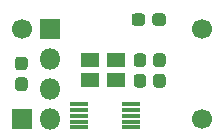
<source format=gbr>
%TF.GenerationSoftware,KiCad,Pcbnew,(5.1.6)-1*%
%TF.CreationDate,2021-08-23T14:57:44-04:00*%
%TF.ProjectId,full-can-variable,66756c6c-2d63-4616-9e2d-766172696162,rev?*%
%TF.SameCoordinates,Original*%
%TF.FileFunction,Soldermask,Bot*%
%TF.FilePolarity,Negative*%
%FSLAX46Y46*%
G04 Gerber Fmt 4.6, Leading zero omitted, Abs format (unit mm)*
G04 Created by KiCad (PCBNEW (5.1.6)-1) date 2021-08-23 14:57:44*
%MOMM*%
%LPD*%
G01*
G04 APERTURE LIST*
%ADD10R,1.700000X1.700000*%
%ADD11C,1.700000*%
%ADD12R,1.800000X1.800000*%
%ADD13O,1.800000X1.800000*%
%ADD14R,1.500000X0.400000*%
%ADD15R,1.500000X1.300000*%
G04 APERTURE END LIST*
D10*
%TO.C,X1*%
X142959001Y-101494001D03*
D11*
X142959001Y-93874001D03*
X158199001Y-93874001D03*
X158199001Y-101494001D03*
%TD*%
%TO.C,C1*%
G36*
G01*
X142612500Y-96227000D02*
X143137500Y-96227000D01*
G75*
G02*
X143400000Y-96489500I0J-262500D01*
G01*
X143400000Y-97114500D01*
G75*
G02*
X143137500Y-97377000I-262500J0D01*
G01*
X142612500Y-97377000D01*
G75*
G02*
X142350000Y-97114500I0J262500D01*
G01*
X142350000Y-96489500D01*
G75*
G02*
X142612500Y-96227000I262500J0D01*
G01*
G37*
G36*
G01*
X142612500Y-97977000D02*
X143137500Y-97977000D01*
G75*
G02*
X143400000Y-98239500I0J-262500D01*
G01*
X143400000Y-98864500D01*
G75*
G02*
X143137500Y-99127000I-262500J0D01*
G01*
X142612500Y-99127000D01*
G75*
G02*
X142350000Y-98864500I0J262500D01*
G01*
X142350000Y-98239500D01*
G75*
G02*
X142612500Y-97977000I262500J0D01*
G01*
G37*
%TD*%
%TO.C,C2*%
G36*
G01*
X153956000Y-93353500D02*
X153956000Y-92828500D01*
G75*
G02*
X154218500Y-92566000I262500J0D01*
G01*
X154843500Y-92566000D01*
G75*
G02*
X155106000Y-92828500I0J-262500D01*
G01*
X155106000Y-93353500D01*
G75*
G02*
X154843500Y-93616000I-262500J0D01*
G01*
X154218500Y-93616000D01*
G75*
G02*
X153956000Y-93353500I0J262500D01*
G01*
G37*
G36*
G01*
X152206000Y-93353500D02*
X152206000Y-92828500D01*
G75*
G02*
X152468500Y-92566000I262500J0D01*
G01*
X153093500Y-92566000D01*
G75*
G02*
X153356000Y-92828500I0J-262500D01*
G01*
X153356000Y-93353500D01*
G75*
G02*
X153093500Y-93616000I-262500J0D01*
G01*
X152468500Y-93616000D01*
G75*
G02*
X152206000Y-93353500I0J262500D01*
G01*
G37*
%TD*%
%TO.C,C3*%
G36*
G01*
X152645500Y-97695000D02*
X153170500Y-97695000D01*
G75*
G02*
X153433000Y-97957500I0J-262500D01*
G01*
X153433000Y-98582500D01*
G75*
G02*
X153170500Y-98845000I-262500J0D01*
G01*
X152645500Y-98845000D01*
G75*
G02*
X152383000Y-98582500I0J262500D01*
G01*
X152383000Y-97957500D01*
G75*
G02*
X152645500Y-97695000I262500J0D01*
G01*
G37*
G36*
G01*
X152645500Y-95945000D02*
X153170500Y-95945000D01*
G75*
G02*
X153433000Y-96207500I0J-262500D01*
G01*
X153433000Y-96832500D01*
G75*
G02*
X153170500Y-97095000I-262500J0D01*
G01*
X152645500Y-97095000D01*
G75*
G02*
X152383000Y-96832500I0J262500D01*
G01*
X152383000Y-96207500D01*
G75*
G02*
X152645500Y-95945000I262500J0D01*
G01*
G37*
%TD*%
%TO.C,C4*%
G36*
G01*
X154296500Y-95945000D02*
X154821500Y-95945000D01*
G75*
G02*
X155084000Y-96207500I0J-262500D01*
G01*
X155084000Y-96832500D01*
G75*
G02*
X154821500Y-97095000I-262500J0D01*
G01*
X154296500Y-97095000D01*
G75*
G02*
X154034000Y-96832500I0J262500D01*
G01*
X154034000Y-96207500D01*
G75*
G02*
X154296500Y-95945000I262500J0D01*
G01*
G37*
G36*
G01*
X154296500Y-97695000D02*
X154821500Y-97695000D01*
G75*
G02*
X155084000Y-97957500I0J-262500D01*
G01*
X155084000Y-98582500D01*
G75*
G02*
X154821500Y-98845000I-262500J0D01*
G01*
X154296500Y-98845000D01*
G75*
G02*
X154034000Y-98582500I0J262500D01*
G01*
X154034000Y-97957500D01*
G75*
G02*
X154296500Y-97695000I262500J0D01*
G01*
G37*
%TD*%
D12*
%TO.C,I2C Header*%
X145288000Y-93853000D03*
D13*
X145288000Y-96393000D03*
X145288000Y-98933000D03*
X145288000Y-101473000D03*
%TD*%
D14*
%TO.C,U1*%
X152187000Y-102219000D03*
X152187000Y-101719000D03*
X152187000Y-101219000D03*
X152187000Y-100719000D03*
X152187000Y-100219000D03*
X147787000Y-100219000D03*
X147787000Y-100719000D03*
X147787000Y-101219000D03*
X147787000Y-101719000D03*
X147787000Y-102219000D03*
%TD*%
D15*
%TO.C,Y1*%
X148717000Y-96520000D03*
X150917000Y-96520000D03*
X150917000Y-98220000D03*
X148717000Y-98220000D03*
%TD*%
M02*

</source>
